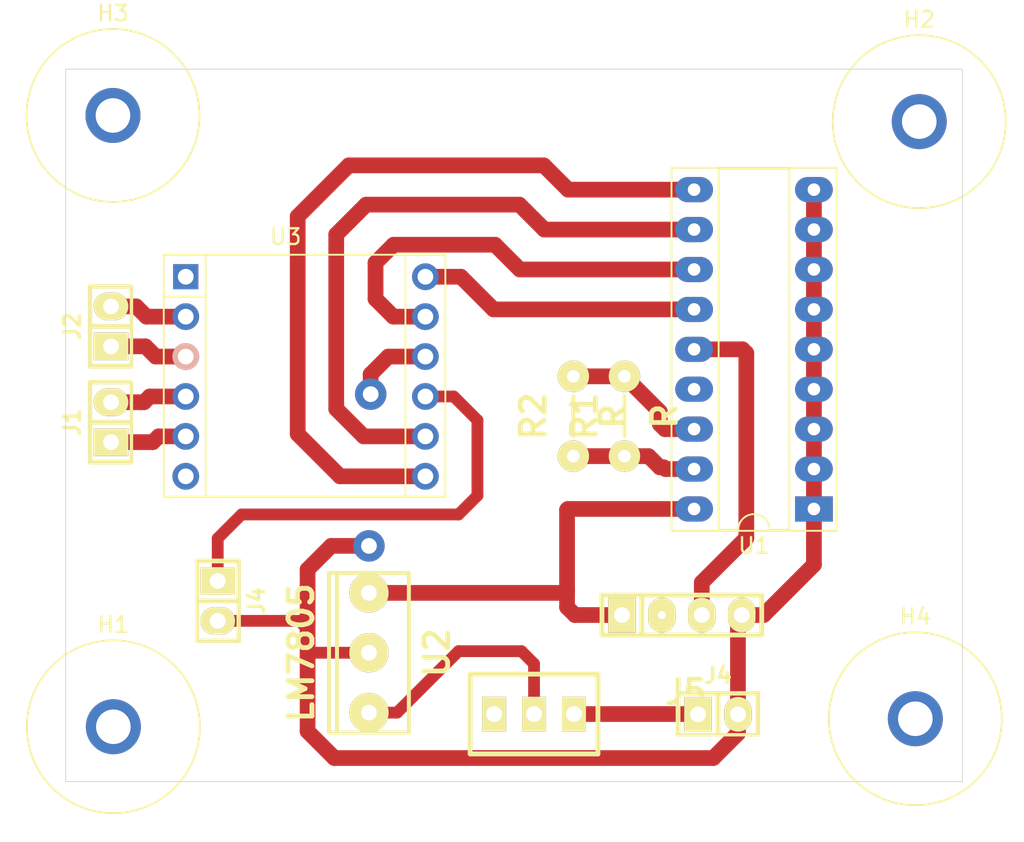
<source format=kicad_pcb>
(kicad_pcb (version 20211014) (generator pcbnew)
  (layers (0 "F.Cu" signal) (31 "B.Cu" signal) (34 "B.Paste" user) (35 "F.Paste" user) (36 "B.SilkS" user "B.Silkscreen") (37 "F.SilkS" user "F.Silkscreen") (38 "B.Mask" user) (39 "F.Mask" user) (44 "Edge.Cuts" user))
  (net 0 "")
  (net 1 "/OUT3")
  (net 2 "/OUT4")
  (net 3 "/OUT1")
  (net 4 "/OUT2")
  (net 5 "/GND")
  (net 6 "/SW1")
  (net 7 "/DATA")
  (net 9 "/VCC")
  (net 10 "/SW2")
  (net 11 "/IN4")
  (net 12 "/IN3")
  (net 13 "/IN2")
  (net 14 "/IN1")
  (net 22 "Net-(R1-Pad2)")
  (net 23 "Net-(R1-Pad1)")
  (footprint "Connector:Banana_Jack_1Pin" (layer "F.Cu") (at 212.72 25.109)
    (fp_text reference "H3" (at 0 -6.5) (layer "F.SilkS"))
    (fp_text value "MountingHole_Pad")
    (fp_circle (center 0 0) (end 5.5 0) (layer "F.SilkS") (width 0.12) (fill none))
    (pad "1" thru_hole circle (at 0 0) (size 3.5 3.5) (drill 2.2) (layers *.Cu *.Mask))
  )
  (footprint "Connector:Banana_Jack_1Pin" (layer "F.Cu") (at 263.75 63.5)
    (fp_text reference "H4" (at 0 -6.5) (layer "F.SilkS"))
    (fp_text value "MountingHole_Pad")
    (fp_circle (center 0 0) (end 5.5 0) (layer "F.SilkS") (width 0.12) (fill none))
    (pad "1" thru_hole circle (at 0 0) (size 3.5 3.5) (drill 2.2) (layers *.Cu *.Mask))
  )
  (footprint "EESTN5:to220" (layer "F.Cu") (at 229 59.3 90)
    (fp_text reference "U2" (at 0 4.318 90) (layer "F.SilkS") (effects (font (size 1.524 1.524) (thickness 0.3048))))
    (fp_text value "LM7805" (at 0 -4.318 90) (layer "F.SilkS") (effects (font (size 1.524 1.524) (thickness 0.3048))))
    (fp_line (start -5.08 -2.54) (end -5.08 -1.27) (layer "F.SilkS") (width 0.254))
    (fp_line (start -5.08 2.54) (end 5.08 2.54) (layer "F.SilkS") (width 0.254))
    (fp_line (start -5.08 -1.27) (end -5.08 2.54) (layer "F.SilkS") (width 0.254))
    (fp_line (start -5.08 -2.032) (end 5.08 -2.032) (layer "F.SilkS") (width 0.254))
    (fp_line (start 5.08 2.54) (end 5.08 -2.54) (layer "F.SilkS") (width 0.254))
    (fp_line (start 5.08 -2.54) (end -5.08 -2.54) (layer "F.SilkS") (width 0.254))
    (pad "1" thru_hole circle locked (at -3.81 0 90) (size 2.49936 2.49936) (drill 1) (layers *.Cu *.Mask "F.SilkS") (net 10 "/SW2"))
    (pad "2" thru_hole circle locked (at 0 0 90) (size 2.49936 2.49936) (drill 1) (layers *.Cu *.Mask "F.SilkS") (net 5 "/GND"))
    (pad "3" thru_hole circle locked (at 3.81 0 90) (size 2.49936 2.49936) (drill 1) (layers *.Cu *.Mask "F.SilkS") (net 9 "/VCC"))
  )
  (footprint "EESTN5:RES0.2" (layer "F.Cu") (at 245.25 44.25 -90)
    (fp_text reference "R1" (at 0 2.54 90) (layer "F.SilkS") (effects (font (size 1.524 1.524) (thickness 0.3048))))
    (fp_text value "R" (at 0 -2.54 90) (layer "F.SilkS") (effects (font (size 1.524 1.524) (thickness 0.3048))))
    (fp_line (start -1.27 0) (end 1.27 0) (layer "F.SilkS") (width 0.254))
    (fp_circle (center -2.54 0) (end -2.159 0) (layer "F.SilkS") (width 0.3048) (fill none))
    (pad "1" thru_hole circle locked (at -2.54 0 270) (size 1.99898 1.99898) (drill 0.8001) (layers *.Cu *.Mask "F.SilkS") (net 23 "Net-(R1-Pad1)"))
    (pad "2" thru_hole circle locked (at 2.54 0 270) (size 1.99898 1.99898) (drill 0.8001) (layers *.Cu *.Mask "F.SilkS") (net 22 "Net-(R1-Pad2)"))
  )
  (footprint "Connector:Banana_Jack_1Pin" (layer "F.Cu") (at 264 25.5)
    (fp_text reference "H2" (at 0 -6.5) (layer "F.SilkS"))
    (fp_text value "MountingHole_Pad")
    (fp_circle (center 0 0) (end 5.5 0) (layer "F.SilkS") (width 0.12) (fill none))
    (pad "1" thru_hole circle (at 0 0) (size 3.5 3.5) (drill 2.2) (layers *.Cu *.Mask))
  )
  (footprint "EESTN5:RES0.2" (layer "F.Cu") (at 242 44.25 -90)
    (fp_text reference "R2" (at 0 2.54 90) (layer "F.SilkS") (effects (font (size 1.524 1.524) (thickness 0.3048))))
    (fp_text value "R" (at 0 -2.54 90) (layer "F.SilkS") (effects (font (size 1.524 1.524) (thickness 0.3048))))
    (fp_line (start -1.27 0) (end 1.27 0) (layer "F.SilkS") (width 0.254))
    (fp_circle (center -2.54 0) (end -2.159 0) (layer "F.SilkS") (width 0.3048) (fill none))
    (pad "1" thru_hole circle locked (at -2.54 0 270) (size 1.99898 1.99898) (drill 0.8001) (layers *.Cu *.Mask "F.SilkS") (net 23 "Net-(R1-Pad1)"))
    (pad "2" thru_hole circle locked (at 2.54 0 270) (size 1.99898 1.99898) (drill 0.8001) (layers *.Cu *.Mask "F.SilkS") (net 22 "Net-(R1-Pad2)"))
  )
  (footprint "EESTN5:Pin_Header_2" (layer "F.Cu") (at 219.7 56 -90)
    (fp_text reference "J4" (at 0 -2.159 90) (layer "F.SilkS") (effects (font (size 1.016 1.016) (thickness 0.2032))))
    (fp_text value "BATERIA" hide)
    (fp_line (start 2.54 1.5875) (end -2.54 1.5875) (layer "F.SilkS") (width 0.15))
    (fp_line (start 2.4765 -1.016) (end 2.4765 1.5875) (layer "F.SilkS") (width 0.15))
    (fp_line (start 2.6035 1.5875) (end 2.6035 -0.9525) (layer "F.SilkS") (width 0.15))
    (fp_line (start 2.54 1.651) (end 2.54 -1.016) (layer "F.SilkS") (width 0.15))
    (fp_line (start 2.54 1.651) (end -2.6035 1.651) (layer "F.SilkS") (width 0.15))
    (fp_line (start -2.54 -0.9525) (end 2.54 -0.9525) (layer "F.SilkS") (width 0.15))
    (fp_line (start -2.6035 -0.889) (end -2.6035 -1.0795) (layer "F.SilkS") (width 0.15))
    (fp_line (start 2.6035 -1.0795) (end -2.54 -1.0795) (layer "F.SilkS") (width 0.15))
    (fp_line (start -2.54 1.5875) (end -2.54 -0.9525) (layer "F.SilkS") (width 0.3048))
    (fp_line (start 0 -0.9525) (end 0 1.5875) (layer "F.SilkS") (width 0.3048))
    (fp_line (start 2.6035 -1.0795) (end 2.6035 -0.6985) (layer "F.SilkS") (width 0.15))
    (pad "1" thru_hole rect locked (at -1.27 0.3175 270) (size 1.75 2.19964) (drill 1.00076) (layers *.Cu *.Mask "F.SilkS") (net 9 "/VCC"))
    (pad "2" thru_hole oval locked (at 1.27 0.3175 270) (size 1.75 2.19964) (drill 1.00076) (layers *.Cu *.Mask "F.SilkS") (net 5 "/GND"))
  )
  (footprint "EESTN5:SW_SPDT_TH_100Mils_VERTICAL" (layer "F.Cu") (at 239.5 63.2 180)
    (fp_text reference "SWITCH1" hide)
    (fp_text value "SW_Push" hide)
    (fp_line (start 4.064 -2.54) (end 4.064 2.54) (layer "F.SilkS") (width 0.3048))
    (fp_line (start -4.064 2.54) (end -4.064 -2.54) (layer "F.SilkS") (width 0.3048))
    (fp_line (start 4.064 -2.54) (end -4.064 -2.54) (layer "F.SilkS") (width 0.3048))
    (fp_line (start 4.064 2.54) (end -4.064 2.54) (layer "F.SilkS") (width 0.3048))
    (pad "1" thru_hole rect locked (at -2.54 0 180) (size 1.524 2.19964) (drill 1.00076) (layers *.Cu *.Mask "F.SilkS") (net 6 "/SW1"))
    (pad "2" thru_hole rect locked (at 0 0 180) (size 1.524 2.19964) (drill 1.00076) (layers *.Cu *.Mask "F.SilkS") (net 10 "/SW2"))
    (pad "3" thru_hole rect locked (at 2.54 0 180) (size 1.524 2.19964) (drill 1.00076) (layers *.Cu *.Mask "F.SilkS"))
  )
  (footprint "EESTN5:Pin_Header_2" (layer "F.Cu") (at 212.2773 44.62705 90)
    (fp_text reference "J1" (at 0 -2.159 90) (layer "F.SilkS") (effects (font (size 1.016 1.016) (thickness 0.2032))))
    (fp_text value "MOTOR" hide)
    (fp_line (start 0 -0.9525) (end 0 1.5875) (layer "F.SilkS") (width 0.3048))
    (fp_line (start 2.4765 -1.016) (end 2.4765 1.5875) (layer "F.SilkS") (width 0.15))
    (fp_line (start 2.6035 1.5875) (end 2.6035 -0.9525) (layer "F.SilkS") (width 0.15))
    (fp_line (start -2.54 -0.9525) (end 2.54 -0.9525) (layer "F.SilkS") (width 0.15))
    (fp_line (start 2.54 1.651) (end -2.6035 1.651) (layer "F.SilkS") (width 0.15))
    (fp_line (start 2.6035 -1.0795) (end -2.54 -1.0795) (layer "F.SilkS") (width 0.15))
    (fp_line (start 2.6035 -1.0795) (end 2.6035 -0.6985) (layer "F.SilkS") (width 0.15))
    (fp_line (start -2.6035 -0.889) (end -2.6035 -1.0795) (layer "F.SilkS") (width 0.15))
    (fp_line (start -2.54 1.5875) (end -2.54 -0.9525) (layer "F.SilkS") (width 0.3048))
    (fp_line (start 2.54 1.651) (end 2.54 -1.016) (layer "F.SilkS") (width 0.15))
    (fp_line (start 2.54 1.5875) (end -2.54 1.5875) (layer "F.SilkS") (width 0.15))
    (pad "1" thru_hole rect locked (at -1.27 0.3175 90) (size 1.75 2.19964) (drill 1) (layers *.Cu *.Mask "F.SilkS") (net 2 "/OUT4"))
    (pad "2" thru_hole oval locked (at 1.27 0.3175 90) (size 1.75 2.19964) (drill 1) (layers *.Cu *.Mask "F.SilkS") (net 1 "/OUT3"))
  )
  (footprint "EESTN5:Pin_Header_2" (layer "F.Cu") (at 251.2 62.9)
    (fp_text reference "J4" (at 0 -2.159) (layer "F.SilkS") (effects (font (size 1.016 1.016) (thickness 0.2032))))
    (fp_text value "BATERIA" hide)
    (fp_line (start 2.6035 -1.0795) (end -2.54 -1.0795) (layer "F.SilkS") (width 0.15))
    (fp_line (start -2.54 -0.9525) (end 2.54 -0.9525) (layer "F.SilkS") (width 0.15))
    (fp_line (start 2.4765 -1.016) (end 2.4765 1.5875) (layer "F.SilkS") (width 0.15))
    (fp_line (start 2.6035 1.5875) (end 2.6035 -0.9525) (layer "F.SilkS") (width 0.15))
    (fp_line (start -2.54 1.5875) (end -2.54 -0.9525) (layer "F.SilkS") (width 0.3048))
    (fp_line (start 2.6035 -1.0795) (end 2.6035 -0.6985) (layer "F.SilkS") (width 0.15))
    (fp_line (start 2.54 1.5875) (end -2.54 1.5875) (layer "F.SilkS") (width 0.15))
    (fp_line (start 0 -0.9525) (end 0 1.5875) (layer "F.SilkS") (width 0.3048))
    (fp_line (start 2.54 1.651) (end -2.6035 1.651) (layer "F.SilkS") (width 0.15))
    (fp_line (start 2.54 1.651) (end 2.54 -1.016) (layer "F.SilkS") (width 0.15))
    (fp_line (start -2.6035 -0.889) (end -2.6035 -1.0795) (layer "F.SilkS") (width 0.15))
    (pad "1" thru_hole rect locked (at -1.27 0.3175) (size 1.75 2.19964) (drill 1) (layers *.Cu *.Mask "F.SilkS") (net 6 "/SW1"))
    (pad "2" thru_hole oval locked (at 1.27 0.3175) (size 1.75 2.19964) (drill 1) (layers *.Cu *.Mask "F.SilkS") (net 5 "/GND"))
  )
  (footprint "EESTN5:pin_strip_4" (layer "F.Cu") (at 248.9 56.9)
    (fp_text reference "J5" (at 0.2673 4.9093) (layer "F.SilkS") (effects (font (size 1.5 1.5) (thickness 0.3))))
    (fp_text value "RF-5V" hide)
    (fp_line (start -5.08 1.27) (end -5.08 -1.27) (layer "F.SilkS") (width 0.3048))
    (fp_line (start 5.08 -1.27) (end 5.08 1.27) (layer "F.SilkS") (width 0.3048))
    (fp_line (start -5.08 -1.27) (end 5.08 -1.27) (layer "F.SilkS") (width 0.3048))
    (fp_line (start -2.54 -1.27) (end -2.54 1.27) (layer "F.SilkS") (width 0.3048))
    (fp_line (start 5.08 1.27) (end -5.08 1.27) (layer "F.SilkS") (width 0.3048))
    (pad "1" thru_hole rect locked (at -3.81 0) (size 1.75 2.2) (drill 1.00076) (layers *.Cu *.Mask "F.SilkS") (net 9 "/VCC"))
    (pad "2" thru_hole oval locked (at -1.27 0) (size 1.75 2.2) (drill 0.5) (layers *.Cu *.Mask "F.SilkS"))
    (pad "3" thru_hole oval locked (at 1.27 0) (size 1.75 2.2) (drill 1) (layers *.Cu *.Mask "F.SilkS") (net 7 "/DATA"))
    (pad "4" thru_hole oval locked (at 3.81 0) (size 1.75 2.2) (drill 1) (layers *.Cu *.Mask "F.SilkS") (net 5 "/GND"))
  )
  (footprint "Connector:Banana_Jack_1Pin" (layer "F.Cu") (at 212.745 64.009)
    (fp_text reference "H1" (at 0 -6.5) (layer "F.SilkS"))
    (fp_text value "MountingHole_Pad")
    (fp_circle (center 0 0) (end 5.5 0) (layer "F.SilkS") (width 0.12) (fill none))
    (pad "1" thru_hole circle (at 0 0) (size 3.5 3.5) (drill 2.2) (layers *.Cu *.Mask))
  )
  (footprint "EESTN5:DIP-18_300_socket" (layer "F.Cu") (at 257.3 50.15 180)
    (fp_text reference "U1" (at 3.81 -2.33) (layer "F.SilkS"))
    (fp_text value "HT12D")
    (fp_line (start 9.06 21.71) (end 9.06 -1.39) (layer "F.SilkS") (width 0.12))
    (fp_line (start 6.06 -1.33) (end 4.81 -1.33) (layer "F.SilkS") (width 0.12))
    (fp_line (start 1.56 -1.33) (end 1.56 21.65) (layer "F.SilkS") (width 0.12))
    (fp_line (start 1.56 21.65) (end 6.06 21.65) (layer "F.SilkS") (width 0.12))
    (fp_line (start -1.44 -1.39) (end -1.44 21.71) (layer "F.SilkS") (width 0.12))
    (fp_line (start 2.81 -1.33) (end 1.56 -1.33) (layer "F.SilkS") (width 0.12))
    (fp_line (start -1.44 21.71) (end 9.06 21.71) (layer "F.SilkS") (width 0.12))
    (fp_line (start 9.06 -1.39) (end -1.44 -1.39) (layer "F.SilkS") (width 0.12))
    (fp_line (start 6.06 21.65) (end 6.06 -1.33) (layer "F.SilkS") (width 0.12))
    (fp_arc (start 4.81 -1.33) (mid 3.81 -0.33) (end 2.81 -1.33) (layer "F.SilkS") (width 0.12))
    (pad "1" thru_hole rect locked (at 0 0 180) (size 2.4 1.6) (drill 0.8) (layers *.Cu *.Mask) (net 5 "/GND"))
    (pad "2" thru_hole oval locked (at 0 2.54 180) (size 2.4 1.6) (drill 0.8) (layers *.Cu *.Mask) (net 5 "/GND"))
    (pad "3" thru_hole oval locked (at 0 5.08 180) (size 2.4 1.6) (drill 0.8) (layers *.Cu *.Mask) (net 5 "/GND"))
    (pad "4" thru_hole oval locked (at 0 7.62 180) (size 2.4 1.6) (drill 0.8) (layers *.Cu *.Mask) (net 5 "/GND"))
    (pad "5" thru_hole oval locked (at 0 10.16 180) (size 2.4 1.6) (drill 0.8) (layers *.Cu *.Mask) (net 5 "/GND"))
    (pad "6" thru_hole oval locked (at 0 12.7 180) (size 2.4 1.6) (drill 0.8) (layers *.Cu *.Mask) (net 5 "/GND"))
    (pad "7" thru_hole oval locked (at 0 15.24 180) (size 2.4 1.6) (drill 0.8) (layers *.Cu *.Mask) (net 5 "/GND"))
    (pad "8" thru_hole oval locked (at 0 17.78 180) (size 2.4 1.6) (drill 0.8) (layers *.Cu *.Mask) (net 5 "/GND"))
    (pad "9" thru_hole oval locked (at 0 20.32 180) (size 2.4 1.6) (drill 0.8) (layers *.Cu *.Mask) (net 5 "/GND"))
    (pad "10" thru_hole oval locked (at 7.62 20.32 180) (size 2.4 1.6) (drill 0.8) (layers *.Cu *.Mask) (net 14 "/IN1"))
    (pad "11" thru_hole oval locked (at 7.62 17.78 180) (size 2.4 1.6) (drill 0.8) (layers *.Cu *.Mask) (net 13 "/IN2"))
    (pad "12" thru_hole oval locked (at 7.62 15.24 180) (size 2.4 1.6) (drill 0.8) (layers *.Cu *.Mask) (net 12 "/IN3"))
    (pad "13" thru_hole oval locked (at 7.62 12.7 180) (size 2.4 1.6) (drill 0.8) (layers *.Cu *.Mask) (net 11 "/IN4"))
    (pad "14" thru_hole oval locked (at 7.62 10.16 180) (size 2.4 1.6) (drill 0.8) (layers *.Cu *.Mask) (net 7 "/DATA"))
    (pad "15" thru_hole oval locked (at 7.62 7.62 180) (size 2.4 1.6) (drill 0.8) (layers *.Cu *.Mask))
    (pad "16" thru_hole oval locked (at 7.62 5.08 180) (size 2.4 1.6) (drill 0.8) (layers *.Cu *.Mask) (net 23 "Net-(R1-Pad1)"))
    (pad "17" thru_hole oval locked (at 7.62 2.54 180) (size 2.4 1.6) (drill 0.8) (layers *.Cu *.Mask) (net 22 "Net-(R1-Pad2)"))
    (pad "18" thru_hole oval locked (at 7.62 0 180) (size 2.4 1.6) (drill 0.8) (layers *.Cu *.Mask) (net 9 "/VCC"))
  )
  (footprint "Benitez:DRV8833" (layer "F.Cu") (at 217.35 35.3715)
    (fp_text reference "U3" (at 6.35 -2.54) (layer "F.SilkS"))
    (fp_text value "Drv8833")
    (fp_line (start -1.4 -1.4) (end -1.4 0) (layer "F.SilkS") (width 0.12))
    (fp_line (start 16.51 14) (end 16.51 -1.4) (layer "F.SilkS") (width 0.12))
    (fp_line (start 1.27 1.27) (end 1.27 14) (layer "F.SilkS") (width 0.12))
    (fp_line (start 1.27 1.27) (end -1.4 1.27) (layer "F.SilkS") (width 0.12))
    (fp_line (start 0 -1.4) (end -1.4 -1.4) (layer "F.SilkS") (width 0.12))
    (fp_line (start -1.4 0) (end -1.4 14) (layer "F.SilkS") (width 0.12))
    (fp_line (start 16.51 -1.4) (end 0 -1.4) (layer "F.SilkS") (width 0.12))
    (fp_line (start -1.4 14) (end 16.51 14) (layer "F.SilkS") (width 0.12))
    (fp_line (start 1.27 -1.4) (end 1.27 1.27) (layer "F.SilkS") (width 0.12))
    (fp_line (start 13.97 -1.27) (end 13.97 13.97) (layer "F.SilkS") (width 0.12))
    (pad "1" thru_hole oval (at 0 2.54) (size 1.7 1.7) (drill 1) (layers *.Cu *.Mask) (net 3 "/OUT1"))
    (pad "1" thru_hole rect (at 0 0) (size 1.6 1.6) (drill 1) (layers *.Cu *.Mask))
    (pad "3" thru_hole oval (at 0 5.08) (size 1.7 1.7) (drill 1) (layers *.Cu *.Mask "B.SilkS") (net 4 "/OUT2"))
    (pad "4" thru_hole oval (at 0 7.62) (size 1.7 1.7) (drill 1) (layers *.Cu *.Mask) (net 1 "/OUT3"))
    (pad "5" thru_hole oval (at 0 10.16) (size 1.7 1.7) (drill 1) (layers *.Cu *.Mask) (net 2 "/OUT4"))
    (pad "6" thru_hole oval (at 0 12.7) (size 1.7 1.7) (drill 1) (layers *.Cu *.Mask))
    (pad "7" thru_hole oval (at 15.24 12.7) (size 1.7 1.7) (drill 1) (layers *.Cu *.Mask) (net 14 "/IN1"))
    (pad "8" thru_hole oval (at 15.24 10.16) (size 1.7 1.7) (drill 1) (layers *.Cu *.Mask) (net 13 "/IN2"))
    (pad "9" thru_hole oval (at 15.24 7.62) (size 1.7 1.7) (drill 1) (layers *.Cu *.Mask) (net 9 "/VCC"))
    (pad "10" thru_hole oval (at 15.24 5.08) (size 1.7 1.7) (drill 1) (layers *.Cu *.Mask) (net 5 "/GND"))
    (pad "11" thru_hole circle (at 15.24 2.54) (size 1.7 1.7) (drill 1) (layers *.Cu *.Mask) (net 12 "/IN3"))
    (pad "12" thru_hole oval (at 15.24 0) (size 1.7 1.7) (drill 1) (layers *.Cu *.Mask) (net 11 "/IN4"))
  )
  (footprint "EESTN5:Pin_Header_2" (layer "F.Cu") (at 212.2773 38.53105 90)
    (fp_text reference "J2" (at 0 -2.159 90) (layer "F.SilkS") (effects (font (size 1.016 1.016) (thickness 0.2032))))
    (fp_text value "MOTOR" hide)
    (fp_line (start -2.6035 -0.889) (end -2.6035 -1.0795) (layer "F.SilkS") (width 0.15))
    (fp_line (start -2.54 -0.9525) (end 2.54 -0.9525) (layer "F.SilkS") (width 0.15))
    (fp_line (start 2.6035 -1.0795) (end 2.6035 -0.6985) (layer "F.SilkS") (width 0.15))
    (fp_line (start 2.54 1.651) (end 2.54 -1.016) (layer "F.SilkS") (width 0.15))
    (fp_line (start -2.54 1.5875) (end -2.54 -0.9525) (layer "F.SilkS") (width 0.3048))
    (fp_line (start 2.54 1.5875) (end -2.54 1.5875) (layer "F.SilkS") (width 0.15))
    (fp_line (start 2.6035 1.5875) (end 2.6035 -0.9525) (layer "F.SilkS") (width 0.15))
    (fp_line (start 2.4765 -1.016) (end 2.4765 1.5875) (layer "F.SilkS") (width 0.15))
    (fp_line (start 0 -0.9525) (end 0 1.5875) (layer "F.SilkS") (width 0.3048))
    (fp_line (start 2.54 1.651) (end -2.6035 1.651) (layer "F.SilkS") (width 0.15))
    (fp_line (start 2.6035 -1.0795) (end -2.54 -1.0795) (layer "F.SilkS") (width 0.15))
    (pad "1" thru_hole rect locked (at -1.27 0.3175 90) (size 1.75 2.19964) (drill 1) (layers *.Cu *.Mask "F.SilkS") (net 4 "/OUT2"))
    (pad "2" thru_hole oval locked (at 1.27 0.3175 90) (size 1.75 2.19964) (drill 1) (layers *.Cu *.Mask "F.SilkS") (net 3 "/OUT1"))
  )
  (gr_rect (start 266.75 67.5) (end 209.71 22.164) (layer "Edge.Cuts") (width 0.05) (fill none))
  (segment (start 215.0625 42.9915) (end 217.35 42.9915) (width 1) (layer "F.Cu") (net 1))
  (segment (start 214.69695 43.35705) (end 215.0625 42.9915) (width 1) (layer "F.Cu") (net 1))
  (segment (start 212.6013 43.35055) (end 212.5948 43.35705) (width 1) (layer "F.Cu") (net 1))
  (segment (start 212.5948 43.35705) (end 214.69695 43.35705) (width 1) (layer "F.Cu") (net 1))
  (segment (start 212.5948 45.89705) (end 215.25695 45.89705) (width 1) (layer "F.Cu") (net 2))
  (segment (start 212.6013 45.89055) (end 212.5948 45.89705) (width 1) (layer "F.Cu") (net 2))
  (segment (start 215.25695 45.89705) (end 215.6225 45.5315) (width 1) (layer "F.Cu") (net 2))
  (segment (start 215.6225 45.5315) (end 217.35 45.5315) (width 1) (layer "F.Cu") (net 2))
  (segment (start 214.8475 37.9115) (end 217.35 37.9115) (width 1) (layer "F.Cu") (net 3))
  (segment (start 212.5948 37.26105) (end 214.19705 37.26105) (width 1) (layer "F.Cu") (net 3))
  (segment (start 214.19705 37.26105) (end 214.8475 37.9115) (width 1) (layer "F.Cu") (net 3))
  (segment (start 212.5948 39.80105) (end 214.78705 39.80105) (width 1) (layer "F.Cu") (net 4))
  (segment (start 215.4375 40.4515) (end 217.35 40.4515) (width 1) (layer "F.Cu") (net 4))
  (segment (start 214.78705 39.80105) (end 215.4375 40.4515) (width 1) (layer "F.Cu") (net 4))
  (segment (start 257.3 53.7) (end 257.3 29.83) (width 1) (layer "F.Cu") (net 5))
  (segment (start 225.4 59.3) (end 225.1 59.6) (width 0.75) (layer "F.Cu") (net 5))
  (segment (start 252.71 56.9) (end 254.1 56.9) (width 1) (layer "F.Cu") (net 5))
  (segment (start 219.3825 57.27) (end 224.57 57.27) (width 0.75) (layer "F.Cu") (net 5))
  (segment (start 225.1 59.6) (end 225.1 57.8) (width 1) (layer "F.Cu") (net 5))
  (segment (start 225.07695 54.97695) (end 225.1 55) (width 0.75) (layer "F.Cu") (net 5))
  (segment (start 230.2325 40.4515) (end 229.11 41.574) (width 1) (layer "F.Cu") (net 5))
  (segment (start 252.47 64.43) (end 250.9 66) (width 1) (layer "F.Cu") (net 5))
  (segment (start 252.47 63.2175) (end 252.47 57.14) (width 1) (layer "F.Cu") (net 5))
  (segment (start 224.57 57.27) (end 225.1 57.8) (width 0.75) (layer "F.Cu") (net 5))
  (segment (start 225.1 57.8) (end 225.1 55) (width 1) (layer "F.Cu") (net 5))
  (segment (start 229 59.3) (end 225.4 59.3) (width 0.75) (layer "F.Cu") (net 5))
  (segment (start 225.1 55) (end 225.1 54) (width 1) (layer "F.Cu") (net 5))
  (segment (start 229.11 41.574) (end 229.11 42.844) (width 1) (layer "F.Cu") (net 5))
  (segment (start 226.6 52.5) (end 229 52.5) (width 1) (layer "F.Cu") (net 5))
  (segment (start 250.9 66) (end 226.8 66) (width 1) (layer "F.Cu") (net 5))
  (segment (start 225.1 54) (end 226.6 52.5) (width 1) (layer "F.Cu") (net 5))
  (segment (start 252.47 63.2175) (end 252.47 64.43) (width 1) (layer "F.Cu") (net 5))
  (segment (start 232.59 40.4515) (end 230.2325 40.4515) (width 1) (layer "F.Cu") (net 5))
  (segment (start 254.1 56.9) (end 257.3 53.7) (width 1) (layer "F.Cu") (net 5))
  (segment (start 225.1 64.3) (end 225.1 59.6) (width 1) (layer "F.Cu") (net 5))
  (segment (start 252.47 57.14) (end 252.71 56.9) (width 1) (layer "F.Cu") (net 5))
  (segment (start 226.8 66) (end 225.1 64.3) (width 1) (layer "F.Cu") (net 5))
  (via (at 229 52.5) (size 2) (drill 1) (layers "F.Cu" "B.Cu") (net 5))
  (via (at 229.11 42.844) (size 2) (drill 1) (layers "F.Cu" "B.Cu") (net 5))
  (segment (start 249.9125 63.2) (end 249.93 63.2175) (width 1) (layer "F.Cu") (net 6))
  (segment (start 242.04 63.2) (end 249.9125 63.2) (width 1) (layer "F.Cu") (net 6))
  (segment (start 249.8475 63.3) (end 249.93 63.2175) (width 1) (layer "F.Cu") (net 6))
  (segment (start 252.76 39.99) (end 249.68 39.99) (width 1) (layer "F.Cu") (net 7))
  (segment (start 253 52) (end 253 40.23) (width 1) (layer "F.Cu") (net 7))
  (segment (start 250.17 56.9) (end 250.17 54.83) (width 1) (layer "F.Cu") (net 7))
  (segment (start 250.17 54.83) (end 253 52) (width 1) (layer "F.Cu") (net 7))
  (segment (start 253 40.23) (end 252.76 39.99) (width 1) (layer "F.Cu") (net 7))
  (segment (start 235.9 44.5) (end 235.9 49.3) (width 0.75) (layer "F.Cu") (net 9))
  (segment (start 241.6 55.4) (end 241.6 50.2) (width 1) (layer "F.Cu") (net 9))
  (segment (start 241.6 55.4) (end 241.51 55.49) (width 1) (layer "F.Cu") (net 9))
  (segment (start 245.09 56.9) (end 242.1 56.9) (width 1) (layer "F.Cu") (net 9))
  (segment (start 242.1 56.9) (end 241.6 56.4) (width 1) (layer "F.Cu") (net 9))
  (segment (start 219.3825 52.0175) (end 219.3825 54.73) (width 0.75) (layer "F.Cu") (net 9))
  (segment (start 234.3915 42.9915) (end 235.9 44.5) (width 0.75) (layer "F.Cu") (net 9))
  (segment (start 232.59 42.9915) (end 234.3915 42.9915) (width 0.75) (layer "F.Cu") (net 9))
  (segment (start 235.9 49.3) (end 234.7 50.5) (width 0.75) (layer "F.Cu") (net 9))
  (segment (start 249.68 50.15) (end 241.65 50.15) (width 1) (layer "F.Cu") (net 9))
  (segment (start 241.6 50.2) (end 241.65 50.15) (width 1) (layer "F.Cu") (net 9))
  (segment (start 241.51 55.49) (end 229 55.49) (width 1) (layer "F.Cu") (net 9))
  (segment (start 234.7 50.5) (end 220.9 50.5) (width 0.75) (layer "F.Cu") (net 9))
  (segment (start 220.9 50.5) (end 219.3825 52.0175) (width 0.75) (layer "F.Cu") (net 9))
  (segment (start 241.6 56.4) (end 241.6 55.4) (width 1) (layer "F.Cu") (net 9))
  (segment (start 239.5 60) (end 239.5 63.2) (width 0.75) (layer "F.Cu") (net 10))
  (segment (start 229 63.11) (end 230.79 63.11) (width 0.75) (layer "F.Cu") (net 10))
  (segment (start 230.79 63.11) (end 234.7 59.2) (width 0.75) (layer "F.Cu") (net 10))
  (segment (start 238.7 59.2) (end 239.5 60) (width 0.75) (layer "F.Cu") (net 10))
  (segment (start 234.7 59.2) (end 238.7 59.2) (width 0.75) (layer "F.Cu") (net 10))
  (segment (start 236.926 37.45) (end 249.68 37.45) (width 1) (layer "F.Cu") (net 11))
  (segment (start 232.59 35.3715) (end 234.8475 35.3715) (width 1) (layer "F.Cu") (net 11))
  (segment (start 234.8475 35.3715) (end 236.926 37.45) (width 1) (layer "F.Cu") (net 11))
  (segment (start 237.02 33.334) (end 238.596 34.91) (width 1) (layer "F.Cu") (net 12))
  (segment (start 230.5475 37.9115) (end 229.42 36.784) (width 1) (layer "F.Cu") (net 12))
  (segment (start 229.42 34.484) (end 230.57 33.334) (width 1) (layer "F.Cu") (net 12))
  (segment (start 229.42 36.784) (end 229.42 34.484) (width 1) (layer "F.Cu") (net 12))
  (segment (start 238.596 34.91) (end 249.68 34.91) (width 1) (layer "F.Cu") (net 12))
  (segment (start 232.59 37.9115) (end 230.5475 37.9115) (width 1) (layer "F.Cu") (net 12))
  (segment (start 230.57 33.334) (end 237.02 33.334) (width 1) (layer "F.Cu") (net 12))
  (segment (start 228.82 30.784) (end 226.92 32.684) (width 1) (layer "F.Cu") (net 13))
  (segment (start 226.92 32.684) (end 226.92 43.784) (width 1) (layer "F.Cu") (net 13))
  (segment (start 249.68 32.37) (end 240.156 32.37) (width 1) (layer "F.Cu") (net 13))
  (segment (start 238.57 30.784) (end 228.82 30.784) (width 1) (layer "F.Cu") (net 13))
  (segment (start 240.156 32.37) (end 238.57 30.784) (width 1) (layer "F.Cu") (net 13))
  (segment (start 226.92 43.784) (end 228.6675 45.5315) (width 1) (layer "F.Cu") (net 13))
  (segment (start 228.6675 45.5315) (end 232.59 45.5315) (width 1) (layer "F.Cu") (net 13))
  (segment (start 232.59 48.0715) (end 227.1575 48.0715) (width 1) (layer "F.Cu") (net 14))
  (segment (start 241.666 29.83) (end 249.68 29.83) (width 1) (layer "F.Cu") (net 14))
  (segment (start 224.47 45.384) (end 224.47 31.534) (width 1) (layer "F.Cu") (net 14))
  (segment (start 227.1575 48.0715) (end 224.47 45.384) (width 1) (layer "F.Cu") (net 14))
  (segment (start 240.12 28.284) (end 241.666 29.83) (width 1) (layer "F.Cu") (net 14))
  (segment (start 224.47 31.534) (end 227.72 28.284) (width 1) (layer "F.Cu") (net 14))
  (segment (start 227.72 28.284) (end 240.12 28.284) (width 1) (layer "F.Cu") (net 14))
  (segment (start 247.86 47.61) (end 249.68 47.61) (width 1) (layer "F.Cu") (net 22))
  (segment (start 242 46.79) (end 245.25 46.79) (width 1) (layer "F.Cu") (net 22))
  (segment (start 247.5 47.5) (end 247.75 47.5) (width 1) (layer "F.Cu") (net 22))
  (segment (start 245.25 46.79) (end 246.79 46.79) (width 1) (layer "F.Cu") (net 22))
  (segment (start 247.75 47.5) (end 247.86 47.61) (width 1) (layer "F.Cu") (net 22))
  (segment (start 246.79 46.79) (end 247.5 47.5) (width 1) (layer "F.Cu") (net 22))
  (segment (start 247.5 43.96) (end 247.5 44.75) (width 1) (layer "F.Cu") (net 23))
  (segment (start 247.82 45.07) (end 249.68 45.07) (width 1) (layer "F.Cu") (net 23))
  (segment (start 247.5 44.75) (end 247.82 45.07) (width 1) (layer "F.Cu") (net 23))
  (segment (start 245.25 41.71) (end 247.5 43.96) (width 1) (layer "F.Cu") (net 23))
  (segment (start 242 41.71) (end 245.25 41.71) (width 1) (layer "F.Cu") (net 23))
)
</source>
